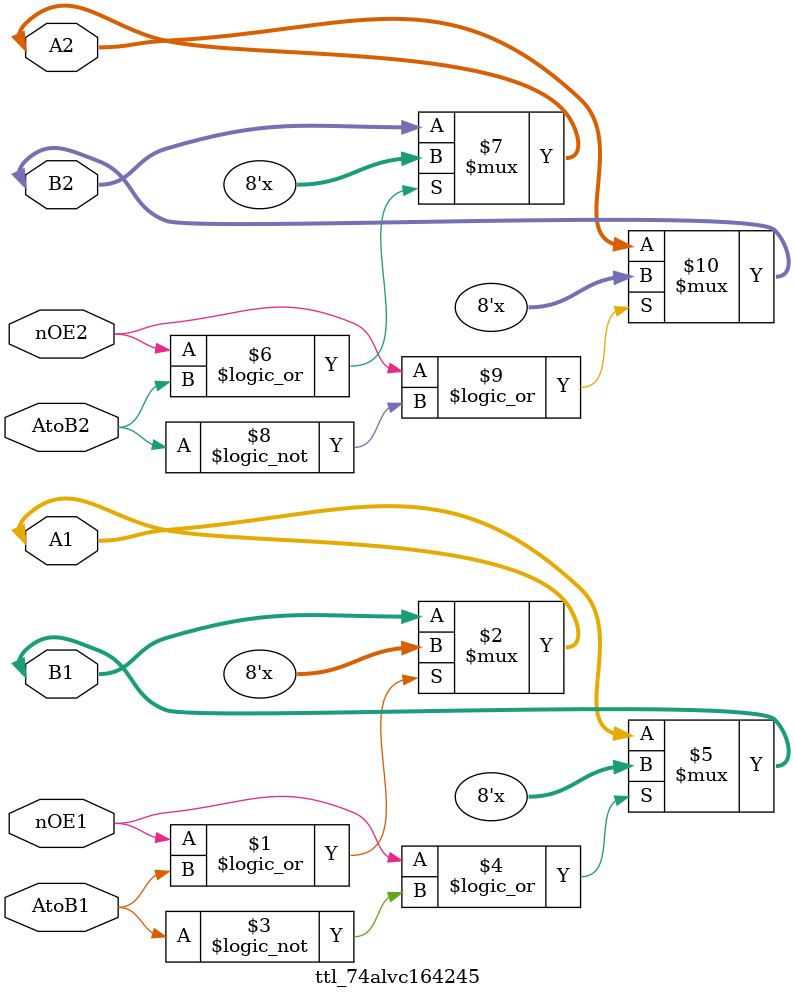
<source format=v>
module ttl_74alvc164245(
	inout [7:0] A1,
	inout [7:0] B1,
	inout [7:0] A2,
	inout [7:0] B2,
	input nOE1,
	input nOE2,
	input AtoB1,
	input AtoB2
);

assign A1 = nOE1 || AtoB1 ? 8'hzz : B1;
assign B1 = nOE1 || (!AtoB1) ? 8'hzz : A1;

assign A2 = nOE2 || AtoB2 ? 8'hzz : B2;
assign B2 = nOE2 || (!AtoB2) ? 8'hzz : A2;

endmodule

</source>
